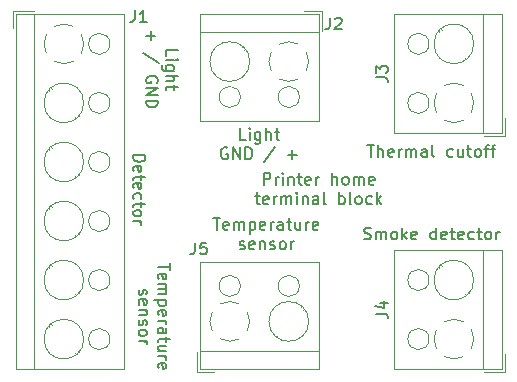
<source format=gto>
%TF.GenerationSoftware,KiCad,Pcbnew,5.1.9*%
%TF.CreationDate,2021-02-07T15:24:09+01:00*%
%TF.ProjectId,detector_wiring,64657465-6374-46f7-925f-776972696e67,rev?*%
%TF.SameCoordinates,Original*%
%TF.FileFunction,Legend,Top*%
%TF.FilePolarity,Positive*%
%FSLAX46Y46*%
G04 Gerber Fmt 4.6, Leading zero omitted, Abs format (unit mm)*
G04 Created by KiCad (PCBNEW 5.1.9) date 2021-02-07 15:24:09*
%MOMM*%
%LPD*%
G01*
G04 APERTURE LIST*
%ADD10C,0.150000*%
%ADD11C,0.120000*%
G04 APERTURE END LIST*
D10*
X128683333Y-92337380D02*
X128683333Y-91337380D01*
X129064285Y-91337380D01*
X129159523Y-91385000D01*
X129207142Y-91432619D01*
X129254761Y-91527857D01*
X129254761Y-91670714D01*
X129207142Y-91765952D01*
X129159523Y-91813571D01*
X129064285Y-91861190D01*
X128683333Y-91861190D01*
X129683333Y-92337380D02*
X129683333Y-91670714D01*
X129683333Y-91861190D02*
X129730952Y-91765952D01*
X129778571Y-91718333D01*
X129873809Y-91670714D01*
X129969047Y-91670714D01*
X130302380Y-92337380D02*
X130302380Y-91670714D01*
X130302380Y-91337380D02*
X130254761Y-91385000D01*
X130302380Y-91432619D01*
X130350000Y-91385000D01*
X130302380Y-91337380D01*
X130302380Y-91432619D01*
X130778571Y-91670714D02*
X130778571Y-92337380D01*
X130778571Y-91765952D02*
X130826190Y-91718333D01*
X130921428Y-91670714D01*
X131064285Y-91670714D01*
X131159523Y-91718333D01*
X131207142Y-91813571D01*
X131207142Y-92337380D01*
X131540476Y-91670714D02*
X131921428Y-91670714D01*
X131683333Y-91337380D02*
X131683333Y-92194523D01*
X131730952Y-92289761D01*
X131826190Y-92337380D01*
X131921428Y-92337380D01*
X132635714Y-92289761D02*
X132540476Y-92337380D01*
X132350000Y-92337380D01*
X132254761Y-92289761D01*
X132207142Y-92194523D01*
X132207142Y-91813571D01*
X132254761Y-91718333D01*
X132350000Y-91670714D01*
X132540476Y-91670714D01*
X132635714Y-91718333D01*
X132683333Y-91813571D01*
X132683333Y-91908809D01*
X132207142Y-92004047D01*
X133111904Y-92337380D02*
X133111904Y-91670714D01*
X133111904Y-91861190D02*
X133159523Y-91765952D01*
X133207142Y-91718333D01*
X133302380Y-91670714D01*
X133397619Y-91670714D01*
X134492857Y-92337380D02*
X134492857Y-91337380D01*
X134921428Y-92337380D02*
X134921428Y-91813571D01*
X134873809Y-91718333D01*
X134778571Y-91670714D01*
X134635714Y-91670714D01*
X134540476Y-91718333D01*
X134492857Y-91765952D01*
X135540476Y-92337380D02*
X135445238Y-92289761D01*
X135397619Y-92242142D01*
X135350000Y-92146904D01*
X135350000Y-91861190D01*
X135397619Y-91765952D01*
X135445238Y-91718333D01*
X135540476Y-91670714D01*
X135683333Y-91670714D01*
X135778571Y-91718333D01*
X135826190Y-91765952D01*
X135873809Y-91861190D01*
X135873809Y-92146904D01*
X135826190Y-92242142D01*
X135778571Y-92289761D01*
X135683333Y-92337380D01*
X135540476Y-92337380D01*
X136302380Y-92337380D02*
X136302380Y-91670714D01*
X136302380Y-91765952D02*
X136350000Y-91718333D01*
X136445238Y-91670714D01*
X136588095Y-91670714D01*
X136683333Y-91718333D01*
X136730952Y-91813571D01*
X136730952Y-92337380D01*
X136730952Y-91813571D02*
X136778571Y-91718333D01*
X136873809Y-91670714D01*
X137016666Y-91670714D01*
X137111904Y-91718333D01*
X137159523Y-91813571D01*
X137159523Y-92337380D01*
X138016666Y-92289761D02*
X137921428Y-92337380D01*
X137730952Y-92337380D01*
X137635714Y-92289761D01*
X137588095Y-92194523D01*
X137588095Y-91813571D01*
X137635714Y-91718333D01*
X137730952Y-91670714D01*
X137921428Y-91670714D01*
X138016666Y-91718333D01*
X138064285Y-91813571D01*
X138064285Y-91908809D01*
X137588095Y-92004047D01*
X127969047Y-93320714D02*
X128350000Y-93320714D01*
X128111904Y-92987380D02*
X128111904Y-93844523D01*
X128159523Y-93939761D01*
X128254761Y-93987380D01*
X128350000Y-93987380D01*
X129064285Y-93939761D02*
X128969047Y-93987380D01*
X128778571Y-93987380D01*
X128683333Y-93939761D01*
X128635714Y-93844523D01*
X128635714Y-93463571D01*
X128683333Y-93368333D01*
X128778571Y-93320714D01*
X128969047Y-93320714D01*
X129064285Y-93368333D01*
X129111904Y-93463571D01*
X129111904Y-93558809D01*
X128635714Y-93654047D01*
X129540476Y-93987380D02*
X129540476Y-93320714D01*
X129540476Y-93511190D02*
X129588095Y-93415952D01*
X129635714Y-93368333D01*
X129730952Y-93320714D01*
X129826190Y-93320714D01*
X130159523Y-93987380D02*
X130159523Y-93320714D01*
X130159523Y-93415952D02*
X130207142Y-93368333D01*
X130302380Y-93320714D01*
X130445238Y-93320714D01*
X130540476Y-93368333D01*
X130588095Y-93463571D01*
X130588095Y-93987380D01*
X130588095Y-93463571D02*
X130635714Y-93368333D01*
X130730952Y-93320714D01*
X130873809Y-93320714D01*
X130969047Y-93368333D01*
X131016666Y-93463571D01*
X131016666Y-93987380D01*
X131492857Y-93987380D02*
X131492857Y-93320714D01*
X131492857Y-92987380D02*
X131445238Y-93035000D01*
X131492857Y-93082619D01*
X131540476Y-93035000D01*
X131492857Y-92987380D01*
X131492857Y-93082619D01*
X131969047Y-93320714D02*
X131969047Y-93987380D01*
X131969047Y-93415952D02*
X132016666Y-93368333D01*
X132111904Y-93320714D01*
X132254761Y-93320714D01*
X132350000Y-93368333D01*
X132397619Y-93463571D01*
X132397619Y-93987380D01*
X133302380Y-93987380D02*
X133302380Y-93463571D01*
X133254761Y-93368333D01*
X133159523Y-93320714D01*
X132969047Y-93320714D01*
X132873809Y-93368333D01*
X133302380Y-93939761D02*
X133207142Y-93987380D01*
X132969047Y-93987380D01*
X132873809Y-93939761D01*
X132826190Y-93844523D01*
X132826190Y-93749285D01*
X132873809Y-93654047D01*
X132969047Y-93606428D01*
X133207142Y-93606428D01*
X133302380Y-93558809D01*
X133921428Y-93987380D02*
X133826190Y-93939761D01*
X133778571Y-93844523D01*
X133778571Y-92987380D01*
X135064285Y-93987380D02*
X135064285Y-92987380D01*
X135064285Y-93368333D02*
X135159523Y-93320714D01*
X135350000Y-93320714D01*
X135445238Y-93368333D01*
X135492857Y-93415952D01*
X135540476Y-93511190D01*
X135540476Y-93796904D01*
X135492857Y-93892142D01*
X135445238Y-93939761D01*
X135350000Y-93987380D01*
X135159523Y-93987380D01*
X135064285Y-93939761D01*
X136111904Y-93987380D02*
X136016666Y-93939761D01*
X135969047Y-93844523D01*
X135969047Y-92987380D01*
X136635714Y-93987380D02*
X136540476Y-93939761D01*
X136492857Y-93892142D01*
X136445238Y-93796904D01*
X136445238Y-93511190D01*
X136492857Y-93415952D01*
X136540476Y-93368333D01*
X136635714Y-93320714D01*
X136778571Y-93320714D01*
X136873809Y-93368333D01*
X136921428Y-93415952D01*
X136969047Y-93511190D01*
X136969047Y-93796904D01*
X136921428Y-93892142D01*
X136873809Y-93939761D01*
X136778571Y-93987380D01*
X136635714Y-93987380D01*
X137826190Y-93939761D02*
X137730952Y-93987380D01*
X137540476Y-93987380D01*
X137445238Y-93939761D01*
X137397619Y-93892142D01*
X137350000Y-93796904D01*
X137350000Y-93511190D01*
X137397619Y-93415952D01*
X137445238Y-93368333D01*
X137540476Y-93320714D01*
X137730952Y-93320714D01*
X137826190Y-93368333D01*
X138254761Y-93987380D02*
X138254761Y-92987380D01*
X138350000Y-93606428D02*
X138635714Y-93987380D01*
X138635714Y-93320714D02*
X138254761Y-93701666D01*
X137184523Y-96924761D02*
X137327380Y-96972380D01*
X137565476Y-96972380D01*
X137660714Y-96924761D01*
X137708333Y-96877142D01*
X137755952Y-96781904D01*
X137755952Y-96686666D01*
X137708333Y-96591428D01*
X137660714Y-96543809D01*
X137565476Y-96496190D01*
X137375000Y-96448571D01*
X137279761Y-96400952D01*
X137232142Y-96353333D01*
X137184523Y-96258095D01*
X137184523Y-96162857D01*
X137232142Y-96067619D01*
X137279761Y-96020000D01*
X137375000Y-95972380D01*
X137613095Y-95972380D01*
X137755952Y-96020000D01*
X138184523Y-96972380D02*
X138184523Y-96305714D01*
X138184523Y-96400952D02*
X138232142Y-96353333D01*
X138327380Y-96305714D01*
X138470238Y-96305714D01*
X138565476Y-96353333D01*
X138613095Y-96448571D01*
X138613095Y-96972380D01*
X138613095Y-96448571D02*
X138660714Y-96353333D01*
X138755952Y-96305714D01*
X138898809Y-96305714D01*
X138994047Y-96353333D01*
X139041666Y-96448571D01*
X139041666Y-96972380D01*
X139660714Y-96972380D02*
X139565476Y-96924761D01*
X139517857Y-96877142D01*
X139470238Y-96781904D01*
X139470238Y-96496190D01*
X139517857Y-96400952D01*
X139565476Y-96353333D01*
X139660714Y-96305714D01*
X139803571Y-96305714D01*
X139898809Y-96353333D01*
X139946428Y-96400952D01*
X139994047Y-96496190D01*
X139994047Y-96781904D01*
X139946428Y-96877142D01*
X139898809Y-96924761D01*
X139803571Y-96972380D01*
X139660714Y-96972380D01*
X140422619Y-96972380D02*
X140422619Y-95972380D01*
X140517857Y-96591428D02*
X140803571Y-96972380D01*
X140803571Y-96305714D02*
X140422619Y-96686666D01*
X141613095Y-96924761D02*
X141517857Y-96972380D01*
X141327380Y-96972380D01*
X141232142Y-96924761D01*
X141184523Y-96829523D01*
X141184523Y-96448571D01*
X141232142Y-96353333D01*
X141327380Y-96305714D01*
X141517857Y-96305714D01*
X141613095Y-96353333D01*
X141660714Y-96448571D01*
X141660714Y-96543809D01*
X141184523Y-96639047D01*
X143279761Y-96972380D02*
X143279761Y-95972380D01*
X143279761Y-96924761D02*
X143184523Y-96972380D01*
X142994047Y-96972380D01*
X142898809Y-96924761D01*
X142851190Y-96877142D01*
X142803571Y-96781904D01*
X142803571Y-96496190D01*
X142851190Y-96400952D01*
X142898809Y-96353333D01*
X142994047Y-96305714D01*
X143184523Y-96305714D01*
X143279761Y-96353333D01*
X144136904Y-96924761D02*
X144041666Y-96972380D01*
X143851190Y-96972380D01*
X143755952Y-96924761D01*
X143708333Y-96829523D01*
X143708333Y-96448571D01*
X143755952Y-96353333D01*
X143851190Y-96305714D01*
X144041666Y-96305714D01*
X144136904Y-96353333D01*
X144184523Y-96448571D01*
X144184523Y-96543809D01*
X143708333Y-96639047D01*
X144470238Y-96305714D02*
X144851190Y-96305714D01*
X144613095Y-95972380D02*
X144613095Y-96829523D01*
X144660714Y-96924761D01*
X144755952Y-96972380D01*
X144851190Y-96972380D01*
X145565476Y-96924761D02*
X145470238Y-96972380D01*
X145279761Y-96972380D01*
X145184523Y-96924761D01*
X145136904Y-96829523D01*
X145136904Y-96448571D01*
X145184523Y-96353333D01*
X145279761Y-96305714D01*
X145470238Y-96305714D01*
X145565476Y-96353333D01*
X145613095Y-96448571D01*
X145613095Y-96543809D01*
X145136904Y-96639047D01*
X146470238Y-96924761D02*
X146375000Y-96972380D01*
X146184523Y-96972380D01*
X146089285Y-96924761D01*
X146041666Y-96877142D01*
X145994047Y-96781904D01*
X145994047Y-96496190D01*
X146041666Y-96400952D01*
X146089285Y-96353333D01*
X146184523Y-96305714D01*
X146375000Y-96305714D01*
X146470238Y-96353333D01*
X146755952Y-96305714D02*
X147136904Y-96305714D01*
X146898809Y-95972380D02*
X146898809Y-96829523D01*
X146946428Y-96924761D01*
X147041666Y-96972380D01*
X147136904Y-96972380D01*
X147613095Y-96972380D02*
X147517857Y-96924761D01*
X147470238Y-96877142D01*
X147422619Y-96781904D01*
X147422619Y-96496190D01*
X147470238Y-96400952D01*
X147517857Y-96353333D01*
X147613095Y-96305714D01*
X147755952Y-96305714D01*
X147851190Y-96353333D01*
X147898809Y-96400952D01*
X147946428Y-96496190D01*
X147946428Y-96781904D01*
X147898809Y-96877142D01*
X147851190Y-96924761D01*
X147755952Y-96972380D01*
X147613095Y-96972380D01*
X148375000Y-96972380D02*
X148375000Y-96305714D01*
X148375000Y-96496190D02*
X148422619Y-96400952D01*
X148470238Y-96353333D01*
X148565476Y-96305714D01*
X148660714Y-96305714D01*
X137446428Y-88987380D02*
X138017857Y-88987380D01*
X137732142Y-89987380D02*
X137732142Y-88987380D01*
X138351190Y-89987380D02*
X138351190Y-88987380D01*
X138779761Y-89987380D02*
X138779761Y-89463571D01*
X138732142Y-89368333D01*
X138636904Y-89320714D01*
X138494047Y-89320714D01*
X138398809Y-89368333D01*
X138351190Y-89415952D01*
X139636904Y-89939761D02*
X139541666Y-89987380D01*
X139351190Y-89987380D01*
X139255952Y-89939761D01*
X139208333Y-89844523D01*
X139208333Y-89463571D01*
X139255952Y-89368333D01*
X139351190Y-89320714D01*
X139541666Y-89320714D01*
X139636904Y-89368333D01*
X139684523Y-89463571D01*
X139684523Y-89558809D01*
X139208333Y-89654047D01*
X140113095Y-89987380D02*
X140113095Y-89320714D01*
X140113095Y-89511190D02*
X140160714Y-89415952D01*
X140208333Y-89368333D01*
X140303571Y-89320714D01*
X140398809Y-89320714D01*
X140732142Y-89987380D02*
X140732142Y-89320714D01*
X140732142Y-89415952D02*
X140779761Y-89368333D01*
X140875000Y-89320714D01*
X141017857Y-89320714D01*
X141113095Y-89368333D01*
X141160714Y-89463571D01*
X141160714Y-89987380D01*
X141160714Y-89463571D02*
X141208333Y-89368333D01*
X141303571Y-89320714D01*
X141446428Y-89320714D01*
X141541666Y-89368333D01*
X141589285Y-89463571D01*
X141589285Y-89987380D01*
X142494047Y-89987380D02*
X142494047Y-89463571D01*
X142446428Y-89368333D01*
X142351190Y-89320714D01*
X142160714Y-89320714D01*
X142065476Y-89368333D01*
X142494047Y-89939761D02*
X142398809Y-89987380D01*
X142160714Y-89987380D01*
X142065476Y-89939761D01*
X142017857Y-89844523D01*
X142017857Y-89749285D01*
X142065476Y-89654047D01*
X142160714Y-89606428D01*
X142398809Y-89606428D01*
X142494047Y-89558809D01*
X143113095Y-89987380D02*
X143017857Y-89939761D01*
X142970238Y-89844523D01*
X142970238Y-88987380D01*
X144684523Y-89939761D02*
X144589285Y-89987380D01*
X144398809Y-89987380D01*
X144303571Y-89939761D01*
X144255952Y-89892142D01*
X144208333Y-89796904D01*
X144208333Y-89511190D01*
X144255952Y-89415952D01*
X144303571Y-89368333D01*
X144398809Y-89320714D01*
X144589285Y-89320714D01*
X144684523Y-89368333D01*
X145541666Y-89320714D02*
X145541666Y-89987380D01*
X145113095Y-89320714D02*
X145113095Y-89844523D01*
X145160714Y-89939761D01*
X145255952Y-89987380D01*
X145398809Y-89987380D01*
X145494047Y-89939761D01*
X145541666Y-89892142D01*
X145875000Y-89320714D02*
X146255952Y-89320714D01*
X146017857Y-88987380D02*
X146017857Y-89844523D01*
X146065476Y-89939761D01*
X146160714Y-89987380D01*
X146255952Y-89987380D01*
X146732142Y-89987380D02*
X146636904Y-89939761D01*
X146589285Y-89892142D01*
X146541666Y-89796904D01*
X146541666Y-89511190D01*
X146589285Y-89415952D01*
X146636904Y-89368333D01*
X146732142Y-89320714D01*
X146875000Y-89320714D01*
X146970238Y-89368333D01*
X147017857Y-89415952D01*
X147065476Y-89511190D01*
X147065476Y-89796904D01*
X147017857Y-89892142D01*
X146970238Y-89939761D01*
X146875000Y-89987380D01*
X146732142Y-89987380D01*
X147351190Y-89320714D02*
X147732142Y-89320714D01*
X147494047Y-89987380D02*
X147494047Y-89130238D01*
X147541666Y-89035000D01*
X147636904Y-88987380D01*
X147732142Y-88987380D01*
X147922619Y-89320714D02*
X148303571Y-89320714D01*
X148065476Y-89987380D02*
X148065476Y-89130238D01*
X148113095Y-89035000D01*
X148208333Y-88987380D01*
X148303571Y-88987380D01*
X127150952Y-88527380D02*
X126674761Y-88527380D01*
X126674761Y-87527380D01*
X127484285Y-88527380D02*
X127484285Y-87860714D01*
X127484285Y-87527380D02*
X127436666Y-87575000D01*
X127484285Y-87622619D01*
X127531904Y-87575000D01*
X127484285Y-87527380D01*
X127484285Y-87622619D01*
X128389047Y-87860714D02*
X128389047Y-88670238D01*
X128341428Y-88765476D01*
X128293809Y-88813095D01*
X128198571Y-88860714D01*
X128055714Y-88860714D01*
X127960476Y-88813095D01*
X128389047Y-88479761D02*
X128293809Y-88527380D01*
X128103333Y-88527380D01*
X128008095Y-88479761D01*
X127960476Y-88432142D01*
X127912857Y-88336904D01*
X127912857Y-88051190D01*
X127960476Y-87955952D01*
X128008095Y-87908333D01*
X128103333Y-87860714D01*
X128293809Y-87860714D01*
X128389047Y-87908333D01*
X128865238Y-88527380D02*
X128865238Y-87527380D01*
X129293809Y-88527380D02*
X129293809Y-88003571D01*
X129246190Y-87908333D01*
X129150952Y-87860714D01*
X129008095Y-87860714D01*
X128912857Y-87908333D01*
X128865238Y-87955952D01*
X129627142Y-87860714D02*
X130008095Y-87860714D01*
X129770000Y-87527380D02*
X129770000Y-88384523D01*
X129817619Y-88479761D01*
X129912857Y-88527380D01*
X130008095Y-88527380D01*
X125603333Y-89225000D02*
X125508095Y-89177380D01*
X125365238Y-89177380D01*
X125222380Y-89225000D01*
X125127142Y-89320238D01*
X125079523Y-89415476D01*
X125031904Y-89605952D01*
X125031904Y-89748809D01*
X125079523Y-89939285D01*
X125127142Y-90034523D01*
X125222380Y-90129761D01*
X125365238Y-90177380D01*
X125460476Y-90177380D01*
X125603333Y-90129761D01*
X125650952Y-90082142D01*
X125650952Y-89748809D01*
X125460476Y-89748809D01*
X126079523Y-90177380D02*
X126079523Y-89177380D01*
X126650952Y-90177380D01*
X126650952Y-89177380D01*
X127127142Y-90177380D02*
X127127142Y-89177380D01*
X127365238Y-89177380D01*
X127508095Y-89225000D01*
X127603333Y-89320238D01*
X127650952Y-89415476D01*
X127698571Y-89605952D01*
X127698571Y-89748809D01*
X127650952Y-89939285D01*
X127603333Y-90034523D01*
X127508095Y-90129761D01*
X127365238Y-90177380D01*
X127127142Y-90177380D01*
X129603333Y-89129761D02*
X128746190Y-90415476D01*
X130698571Y-89796428D02*
X131460476Y-89796428D01*
X131079523Y-90177380D02*
X131079523Y-89415476D01*
X124405000Y-95147380D02*
X124976428Y-95147380D01*
X124690714Y-96147380D02*
X124690714Y-95147380D01*
X125690714Y-96099761D02*
X125595476Y-96147380D01*
X125405000Y-96147380D01*
X125309761Y-96099761D01*
X125262142Y-96004523D01*
X125262142Y-95623571D01*
X125309761Y-95528333D01*
X125405000Y-95480714D01*
X125595476Y-95480714D01*
X125690714Y-95528333D01*
X125738333Y-95623571D01*
X125738333Y-95718809D01*
X125262142Y-95814047D01*
X126166904Y-96147380D02*
X126166904Y-95480714D01*
X126166904Y-95575952D02*
X126214523Y-95528333D01*
X126309761Y-95480714D01*
X126452619Y-95480714D01*
X126547857Y-95528333D01*
X126595476Y-95623571D01*
X126595476Y-96147380D01*
X126595476Y-95623571D02*
X126643095Y-95528333D01*
X126738333Y-95480714D01*
X126881190Y-95480714D01*
X126976428Y-95528333D01*
X127024047Y-95623571D01*
X127024047Y-96147380D01*
X127500238Y-95480714D02*
X127500238Y-96480714D01*
X127500238Y-95528333D02*
X127595476Y-95480714D01*
X127785952Y-95480714D01*
X127881190Y-95528333D01*
X127928809Y-95575952D01*
X127976428Y-95671190D01*
X127976428Y-95956904D01*
X127928809Y-96052142D01*
X127881190Y-96099761D01*
X127785952Y-96147380D01*
X127595476Y-96147380D01*
X127500238Y-96099761D01*
X128785952Y-96099761D02*
X128690714Y-96147380D01*
X128500238Y-96147380D01*
X128405000Y-96099761D01*
X128357380Y-96004523D01*
X128357380Y-95623571D01*
X128405000Y-95528333D01*
X128500238Y-95480714D01*
X128690714Y-95480714D01*
X128785952Y-95528333D01*
X128833571Y-95623571D01*
X128833571Y-95718809D01*
X128357380Y-95814047D01*
X129262142Y-96147380D02*
X129262142Y-95480714D01*
X129262142Y-95671190D02*
X129309761Y-95575952D01*
X129357380Y-95528333D01*
X129452619Y-95480714D01*
X129547857Y-95480714D01*
X130309761Y-96147380D02*
X130309761Y-95623571D01*
X130262142Y-95528333D01*
X130166904Y-95480714D01*
X129976428Y-95480714D01*
X129881190Y-95528333D01*
X130309761Y-96099761D02*
X130214523Y-96147380D01*
X129976428Y-96147380D01*
X129881190Y-96099761D01*
X129833571Y-96004523D01*
X129833571Y-95909285D01*
X129881190Y-95814047D01*
X129976428Y-95766428D01*
X130214523Y-95766428D01*
X130309761Y-95718809D01*
X130643095Y-95480714D02*
X131024047Y-95480714D01*
X130785952Y-95147380D02*
X130785952Y-96004523D01*
X130833571Y-96099761D01*
X130928809Y-96147380D01*
X131024047Y-96147380D01*
X131785952Y-95480714D02*
X131785952Y-96147380D01*
X131357380Y-95480714D02*
X131357380Y-96004523D01*
X131405000Y-96099761D01*
X131500238Y-96147380D01*
X131643095Y-96147380D01*
X131738333Y-96099761D01*
X131785952Y-96052142D01*
X132262142Y-96147380D02*
X132262142Y-95480714D01*
X132262142Y-95671190D02*
X132309761Y-95575952D01*
X132357380Y-95528333D01*
X132452619Y-95480714D01*
X132547857Y-95480714D01*
X133262142Y-96099761D02*
X133166904Y-96147380D01*
X132976428Y-96147380D01*
X132881190Y-96099761D01*
X132833571Y-96004523D01*
X132833571Y-95623571D01*
X132881190Y-95528333D01*
X132976428Y-95480714D01*
X133166904Y-95480714D01*
X133262142Y-95528333D01*
X133309761Y-95623571D01*
X133309761Y-95718809D01*
X132833571Y-95814047D01*
X126643095Y-97749761D02*
X126738333Y-97797380D01*
X126928809Y-97797380D01*
X127024047Y-97749761D01*
X127071666Y-97654523D01*
X127071666Y-97606904D01*
X127024047Y-97511666D01*
X126928809Y-97464047D01*
X126785952Y-97464047D01*
X126690714Y-97416428D01*
X126643095Y-97321190D01*
X126643095Y-97273571D01*
X126690714Y-97178333D01*
X126785952Y-97130714D01*
X126928809Y-97130714D01*
X127024047Y-97178333D01*
X127881190Y-97749761D02*
X127785952Y-97797380D01*
X127595476Y-97797380D01*
X127500238Y-97749761D01*
X127452619Y-97654523D01*
X127452619Y-97273571D01*
X127500238Y-97178333D01*
X127595476Y-97130714D01*
X127785952Y-97130714D01*
X127881190Y-97178333D01*
X127928809Y-97273571D01*
X127928809Y-97368809D01*
X127452619Y-97464047D01*
X128357380Y-97130714D02*
X128357380Y-97797380D01*
X128357380Y-97225952D02*
X128405000Y-97178333D01*
X128500238Y-97130714D01*
X128643095Y-97130714D01*
X128738333Y-97178333D01*
X128785952Y-97273571D01*
X128785952Y-97797380D01*
X129214523Y-97749761D02*
X129309761Y-97797380D01*
X129500238Y-97797380D01*
X129595476Y-97749761D01*
X129643095Y-97654523D01*
X129643095Y-97606904D01*
X129595476Y-97511666D01*
X129500238Y-97464047D01*
X129357380Y-97464047D01*
X129262142Y-97416428D01*
X129214523Y-97321190D01*
X129214523Y-97273571D01*
X129262142Y-97178333D01*
X129357380Y-97130714D01*
X129500238Y-97130714D01*
X129595476Y-97178333D01*
X130214523Y-97797380D02*
X130119285Y-97749761D01*
X130071666Y-97702142D01*
X130024047Y-97606904D01*
X130024047Y-97321190D01*
X130071666Y-97225952D01*
X130119285Y-97178333D01*
X130214523Y-97130714D01*
X130357380Y-97130714D01*
X130452619Y-97178333D01*
X130500238Y-97225952D01*
X130547857Y-97321190D01*
X130547857Y-97606904D01*
X130500238Y-97702142D01*
X130452619Y-97749761D01*
X130357380Y-97797380D01*
X130214523Y-97797380D01*
X130976428Y-97797380D02*
X130976428Y-97130714D01*
X130976428Y-97321190D02*
X131024047Y-97225952D01*
X131071666Y-97178333D01*
X131166904Y-97130714D01*
X131262142Y-97130714D01*
X120752619Y-99005000D02*
X120752619Y-99576428D01*
X119752619Y-99290714D02*
X120752619Y-99290714D01*
X119800238Y-100290714D02*
X119752619Y-100195476D01*
X119752619Y-100005000D01*
X119800238Y-99909761D01*
X119895476Y-99862142D01*
X120276428Y-99862142D01*
X120371666Y-99909761D01*
X120419285Y-100005000D01*
X120419285Y-100195476D01*
X120371666Y-100290714D01*
X120276428Y-100338333D01*
X120181190Y-100338333D01*
X120085952Y-99862142D01*
X119752619Y-100766904D02*
X120419285Y-100766904D01*
X120324047Y-100766904D02*
X120371666Y-100814523D01*
X120419285Y-100909761D01*
X120419285Y-101052619D01*
X120371666Y-101147857D01*
X120276428Y-101195476D01*
X119752619Y-101195476D01*
X120276428Y-101195476D02*
X120371666Y-101243095D01*
X120419285Y-101338333D01*
X120419285Y-101481190D01*
X120371666Y-101576428D01*
X120276428Y-101624047D01*
X119752619Y-101624047D01*
X120419285Y-102100238D02*
X119419285Y-102100238D01*
X120371666Y-102100238D02*
X120419285Y-102195476D01*
X120419285Y-102385952D01*
X120371666Y-102481190D01*
X120324047Y-102528809D01*
X120228809Y-102576428D01*
X119943095Y-102576428D01*
X119847857Y-102528809D01*
X119800238Y-102481190D01*
X119752619Y-102385952D01*
X119752619Y-102195476D01*
X119800238Y-102100238D01*
X119800238Y-103385952D02*
X119752619Y-103290714D01*
X119752619Y-103100238D01*
X119800238Y-103005000D01*
X119895476Y-102957380D01*
X120276428Y-102957380D01*
X120371666Y-103005000D01*
X120419285Y-103100238D01*
X120419285Y-103290714D01*
X120371666Y-103385952D01*
X120276428Y-103433571D01*
X120181190Y-103433571D01*
X120085952Y-102957380D01*
X119752619Y-103862142D02*
X120419285Y-103862142D01*
X120228809Y-103862142D02*
X120324047Y-103909761D01*
X120371666Y-103957380D01*
X120419285Y-104052619D01*
X120419285Y-104147857D01*
X119752619Y-104909761D02*
X120276428Y-104909761D01*
X120371666Y-104862142D01*
X120419285Y-104766904D01*
X120419285Y-104576428D01*
X120371666Y-104481190D01*
X119800238Y-104909761D02*
X119752619Y-104814523D01*
X119752619Y-104576428D01*
X119800238Y-104481190D01*
X119895476Y-104433571D01*
X119990714Y-104433571D01*
X120085952Y-104481190D01*
X120133571Y-104576428D01*
X120133571Y-104814523D01*
X120181190Y-104909761D01*
X120419285Y-105243095D02*
X120419285Y-105624047D01*
X120752619Y-105385952D02*
X119895476Y-105385952D01*
X119800238Y-105433571D01*
X119752619Y-105528809D01*
X119752619Y-105624047D01*
X120419285Y-106385952D02*
X119752619Y-106385952D01*
X120419285Y-105957380D02*
X119895476Y-105957380D01*
X119800238Y-106005000D01*
X119752619Y-106100238D01*
X119752619Y-106243095D01*
X119800238Y-106338333D01*
X119847857Y-106385952D01*
X119752619Y-106862142D02*
X120419285Y-106862142D01*
X120228809Y-106862142D02*
X120324047Y-106909761D01*
X120371666Y-106957380D01*
X120419285Y-107052619D01*
X120419285Y-107147857D01*
X119800238Y-107862142D02*
X119752619Y-107766904D01*
X119752619Y-107576428D01*
X119800238Y-107481190D01*
X119895476Y-107433571D01*
X120276428Y-107433571D01*
X120371666Y-107481190D01*
X120419285Y-107576428D01*
X120419285Y-107766904D01*
X120371666Y-107862142D01*
X120276428Y-107909761D01*
X120181190Y-107909761D01*
X120085952Y-107433571D01*
X118150238Y-101243095D02*
X118102619Y-101338333D01*
X118102619Y-101528809D01*
X118150238Y-101624047D01*
X118245476Y-101671666D01*
X118293095Y-101671666D01*
X118388333Y-101624047D01*
X118435952Y-101528809D01*
X118435952Y-101385952D01*
X118483571Y-101290714D01*
X118578809Y-101243095D01*
X118626428Y-101243095D01*
X118721666Y-101290714D01*
X118769285Y-101385952D01*
X118769285Y-101528809D01*
X118721666Y-101624047D01*
X118150238Y-102481190D02*
X118102619Y-102385952D01*
X118102619Y-102195476D01*
X118150238Y-102100238D01*
X118245476Y-102052619D01*
X118626428Y-102052619D01*
X118721666Y-102100238D01*
X118769285Y-102195476D01*
X118769285Y-102385952D01*
X118721666Y-102481190D01*
X118626428Y-102528809D01*
X118531190Y-102528809D01*
X118435952Y-102052619D01*
X118769285Y-102957380D02*
X118102619Y-102957380D01*
X118674047Y-102957380D02*
X118721666Y-103005000D01*
X118769285Y-103100238D01*
X118769285Y-103243095D01*
X118721666Y-103338333D01*
X118626428Y-103385952D01*
X118102619Y-103385952D01*
X118150238Y-103814523D02*
X118102619Y-103909761D01*
X118102619Y-104100238D01*
X118150238Y-104195476D01*
X118245476Y-104243095D01*
X118293095Y-104243095D01*
X118388333Y-104195476D01*
X118435952Y-104100238D01*
X118435952Y-103957380D01*
X118483571Y-103862142D01*
X118578809Y-103814523D01*
X118626428Y-103814523D01*
X118721666Y-103862142D01*
X118769285Y-103957380D01*
X118769285Y-104100238D01*
X118721666Y-104195476D01*
X118102619Y-104814523D02*
X118150238Y-104719285D01*
X118197857Y-104671666D01*
X118293095Y-104624047D01*
X118578809Y-104624047D01*
X118674047Y-104671666D01*
X118721666Y-104719285D01*
X118769285Y-104814523D01*
X118769285Y-104957380D01*
X118721666Y-105052619D01*
X118674047Y-105100238D01*
X118578809Y-105147857D01*
X118293095Y-105147857D01*
X118197857Y-105100238D01*
X118150238Y-105052619D01*
X118102619Y-104957380D01*
X118102619Y-104814523D01*
X118102619Y-105576428D02*
X118769285Y-105576428D01*
X118578809Y-105576428D02*
X118674047Y-105624047D01*
X118721666Y-105671666D01*
X118769285Y-105766904D01*
X118769285Y-105862142D01*
X117657619Y-89829047D02*
X118657619Y-89829047D01*
X118657619Y-90067142D01*
X118610000Y-90210000D01*
X118514761Y-90305238D01*
X118419523Y-90352857D01*
X118229047Y-90400476D01*
X118086190Y-90400476D01*
X117895714Y-90352857D01*
X117800476Y-90305238D01*
X117705238Y-90210000D01*
X117657619Y-90067142D01*
X117657619Y-89829047D01*
X117705238Y-91210000D02*
X117657619Y-91114761D01*
X117657619Y-90924285D01*
X117705238Y-90829047D01*
X117800476Y-90781428D01*
X118181428Y-90781428D01*
X118276666Y-90829047D01*
X118324285Y-90924285D01*
X118324285Y-91114761D01*
X118276666Y-91210000D01*
X118181428Y-91257619D01*
X118086190Y-91257619D01*
X117990952Y-90781428D01*
X118324285Y-91543333D02*
X118324285Y-91924285D01*
X118657619Y-91686190D02*
X117800476Y-91686190D01*
X117705238Y-91733809D01*
X117657619Y-91829047D01*
X117657619Y-91924285D01*
X117705238Y-92638571D02*
X117657619Y-92543333D01*
X117657619Y-92352857D01*
X117705238Y-92257619D01*
X117800476Y-92210000D01*
X118181428Y-92210000D01*
X118276666Y-92257619D01*
X118324285Y-92352857D01*
X118324285Y-92543333D01*
X118276666Y-92638571D01*
X118181428Y-92686190D01*
X118086190Y-92686190D01*
X117990952Y-92210000D01*
X117705238Y-93543333D02*
X117657619Y-93448095D01*
X117657619Y-93257619D01*
X117705238Y-93162380D01*
X117752857Y-93114761D01*
X117848095Y-93067142D01*
X118133809Y-93067142D01*
X118229047Y-93114761D01*
X118276666Y-93162380D01*
X118324285Y-93257619D01*
X118324285Y-93448095D01*
X118276666Y-93543333D01*
X118324285Y-93829047D02*
X118324285Y-94210000D01*
X118657619Y-93971904D02*
X117800476Y-93971904D01*
X117705238Y-94019523D01*
X117657619Y-94114761D01*
X117657619Y-94210000D01*
X117657619Y-94686190D02*
X117705238Y-94590952D01*
X117752857Y-94543333D01*
X117848095Y-94495714D01*
X118133809Y-94495714D01*
X118229047Y-94543333D01*
X118276666Y-94590952D01*
X118324285Y-94686190D01*
X118324285Y-94829047D01*
X118276666Y-94924285D01*
X118229047Y-94971904D01*
X118133809Y-95019523D01*
X117848095Y-95019523D01*
X117752857Y-94971904D01*
X117705238Y-94924285D01*
X117657619Y-94829047D01*
X117657619Y-94686190D01*
X117657619Y-95448095D02*
X118324285Y-95448095D01*
X118133809Y-95448095D02*
X118229047Y-95495714D01*
X118276666Y-95543333D01*
X118324285Y-95638571D01*
X118324285Y-95733809D01*
X120387619Y-81430952D02*
X120387619Y-80954761D01*
X121387619Y-80954761D01*
X120387619Y-81764285D02*
X121054285Y-81764285D01*
X121387619Y-81764285D02*
X121340000Y-81716666D01*
X121292380Y-81764285D01*
X121340000Y-81811904D01*
X121387619Y-81764285D01*
X121292380Y-81764285D01*
X121054285Y-82669047D02*
X120244761Y-82669047D01*
X120149523Y-82621428D01*
X120101904Y-82573809D01*
X120054285Y-82478571D01*
X120054285Y-82335714D01*
X120101904Y-82240476D01*
X120435238Y-82669047D02*
X120387619Y-82573809D01*
X120387619Y-82383333D01*
X120435238Y-82288095D01*
X120482857Y-82240476D01*
X120578095Y-82192857D01*
X120863809Y-82192857D01*
X120959047Y-82240476D01*
X121006666Y-82288095D01*
X121054285Y-82383333D01*
X121054285Y-82573809D01*
X121006666Y-82669047D01*
X120387619Y-83145238D02*
X121387619Y-83145238D01*
X120387619Y-83573809D02*
X120911428Y-83573809D01*
X121006666Y-83526190D01*
X121054285Y-83430952D01*
X121054285Y-83288095D01*
X121006666Y-83192857D01*
X120959047Y-83145238D01*
X121054285Y-83907142D02*
X121054285Y-84288095D01*
X121387619Y-84050000D02*
X120530476Y-84050000D01*
X120435238Y-84097619D01*
X120387619Y-84192857D01*
X120387619Y-84288095D01*
X119118571Y-79359523D02*
X119118571Y-80121428D01*
X118737619Y-79740476D02*
X119499523Y-79740476D01*
X119785238Y-82073809D02*
X118499523Y-81216666D01*
X119690000Y-83692857D02*
X119737619Y-83597619D01*
X119737619Y-83454761D01*
X119690000Y-83311904D01*
X119594761Y-83216666D01*
X119499523Y-83169047D01*
X119309047Y-83121428D01*
X119166190Y-83121428D01*
X118975714Y-83169047D01*
X118880476Y-83216666D01*
X118785238Y-83311904D01*
X118737619Y-83454761D01*
X118737619Y-83550000D01*
X118785238Y-83692857D01*
X118832857Y-83740476D01*
X119166190Y-83740476D01*
X119166190Y-83550000D01*
X118737619Y-84169047D02*
X119737619Y-84169047D01*
X118737619Y-84740476D01*
X119737619Y-84740476D01*
X118737619Y-85216666D02*
X119737619Y-85216666D01*
X119737619Y-85454761D01*
X119690000Y-85597619D01*
X119594761Y-85692857D01*
X119499523Y-85740476D01*
X119309047Y-85788095D01*
X119166190Y-85788095D01*
X118975714Y-85740476D01*
X118880476Y-85692857D01*
X118785238Y-85597619D01*
X118737619Y-85454761D01*
X118737619Y-85216666D01*
D11*
%TO.C,J5*%
X123010000Y-108210000D02*
X124510000Y-108210000D01*
X123010000Y-106470000D02*
X123010000Y-108210000D01*
X129630000Y-104886000D02*
X129536000Y-104979000D01*
X131880000Y-102635000D02*
X131821000Y-102694000D01*
X129800000Y-105126000D02*
X129741000Y-105184000D01*
X132085000Y-102841000D02*
X131991000Y-102934000D01*
X133370000Y-98850000D02*
X133370000Y-107970000D01*
X123250000Y-98850000D02*
X123250000Y-107970000D01*
X123250000Y-107970000D02*
X133370000Y-107970000D01*
X123250000Y-98850000D02*
X133370000Y-98850000D01*
X123250000Y-106410000D02*
X133370000Y-106410000D01*
X131710000Y-100910000D02*
G75*
G03*
X131710000Y-100910000I-900000J0D01*
G01*
X132490000Y-103910000D02*
G75*
G03*
X132490000Y-103910000I-1680000J0D01*
G01*
X126710000Y-100910000D02*
G75*
G03*
X126710000Y-100910000I-900000J0D01*
G01*
X125839383Y-105590450D02*
G75*
G02*
X125021000Y-105394000I-29383J1680450D01*
G01*
X124326047Y-104699088D02*
G75*
G02*
X124326000Y-103121000I1483953J789088D01*
G01*
X125020912Y-102426047D02*
G75*
G02*
X126599000Y-102426000I789088J-1483953D01*
G01*
X127293953Y-103120912D02*
G75*
G02*
X127294000Y-104699000I-1483953J-789088D01*
G01*
X126598712Y-105393352D02*
G75*
G02*
X125810000Y-105590000I-788712J1483352D01*
G01*
%TO.C,J4*%
X149080000Y-108210000D02*
X149080000Y-106710000D01*
X147340000Y-108210000D02*
X149080000Y-108210000D01*
X145756000Y-101590000D02*
X145849000Y-101684000D01*
X143505000Y-99340000D02*
X143564000Y-99399000D01*
X145996000Y-101420000D02*
X146054000Y-101479000D01*
X143711000Y-99135000D02*
X143804000Y-99229000D01*
X139720000Y-97850000D02*
X148840000Y-97850000D01*
X139720000Y-107970000D02*
X148840000Y-107970000D01*
X148840000Y-107970000D02*
X148840000Y-97850000D01*
X139720000Y-107970000D02*
X139720000Y-97850000D01*
X147280000Y-107970000D02*
X147280000Y-97850000D01*
X142680000Y-100410000D02*
G75*
G03*
X142680000Y-100410000I-900000J0D01*
G01*
X146460000Y-100410000D02*
G75*
G03*
X146460000Y-100410000I-1680000J0D01*
G01*
X142680000Y-105410000D02*
G75*
G03*
X142680000Y-105410000I-900000J0D01*
G01*
X146460450Y-105380617D02*
G75*
G02*
X146264000Y-106199000I-1680450J-29383D01*
G01*
X145569088Y-106893953D02*
G75*
G02*
X143991000Y-106894000I-789088J1483953D01*
G01*
X143296047Y-106199088D02*
G75*
G02*
X143296000Y-104621000I1483953J789088D01*
G01*
X143990912Y-103926047D02*
G75*
G02*
X145569000Y-103926000I789088J-1483953D01*
G01*
X146263352Y-104621288D02*
G75*
G02*
X146460000Y-105410000I-1483352J-788712D01*
G01*
%TO.C,J3*%
X149080000Y-88210000D02*
X149080000Y-86710000D01*
X147340000Y-88210000D02*
X149080000Y-88210000D01*
X145756000Y-81590000D02*
X145849000Y-81684000D01*
X143505000Y-79340000D02*
X143564000Y-79399000D01*
X145996000Y-81420000D02*
X146054000Y-81479000D01*
X143711000Y-79135000D02*
X143804000Y-79229000D01*
X139720000Y-77850000D02*
X148840000Y-77850000D01*
X139720000Y-87970000D02*
X148840000Y-87970000D01*
X148840000Y-87970000D02*
X148840000Y-77850000D01*
X139720000Y-87970000D02*
X139720000Y-77850000D01*
X147280000Y-87970000D02*
X147280000Y-77850000D01*
X142680000Y-80410000D02*
G75*
G03*
X142680000Y-80410000I-900000J0D01*
G01*
X146460000Y-80410000D02*
G75*
G03*
X146460000Y-80410000I-1680000J0D01*
G01*
X142680000Y-85410000D02*
G75*
G03*
X142680000Y-85410000I-900000J0D01*
G01*
X146460450Y-85380617D02*
G75*
G02*
X146264000Y-86199000I-1680450J-29383D01*
G01*
X145569088Y-86893953D02*
G75*
G02*
X143991000Y-86894000I-789088J1483953D01*
G01*
X143296047Y-86199088D02*
G75*
G02*
X143296000Y-84621000I1483953J789088D01*
G01*
X143990912Y-83926047D02*
G75*
G02*
X145569000Y-83926000I789088J-1483953D01*
G01*
X146263352Y-84621288D02*
G75*
G02*
X146460000Y-85410000I-1483352J-788712D01*
G01*
%TO.C,J2*%
X133610000Y-77610000D02*
X132110000Y-77610000D01*
X133610000Y-79350000D02*
X133610000Y-77610000D01*
X126990000Y-80934000D02*
X127084000Y-80841000D01*
X124740000Y-83185000D02*
X124799000Y-83126000D01*
X126820000Y-80694000D02*
X126879000Y-80636000D01*
X124535000Y-82979000D02*
X124629000Y-82886000D01*
X123250000Y-86970000D02*
X123250000Y-77850000D01*
X133370000Y-86970000D02*
X133370000Y-77850000D01*
X133370000Y-77850000D02*
X123250000Y-77850000D01*
X133370000Y-86970000D02*
X123250000Y-86970000D01*
X133370000Y-79410000D02*
X123250000Y-79410000D01*
X126710000Y-84910000D02*
G75*
G03*
X126710000Y-84910000I-900000J0D01*
G01*
X127490000Y-81910000D02*
G75*
G03*
X127490000Y-81910000I-1680000J0D01*
G01*
X131710000Y-84910000D02*
G75*
G03*
X131710000Y-84910000I-900000J0D01*
G01*
X130780617Y-80229550D02*
G75*
G02*
X131599000Y-80426000I29383J-1680450D01*
G01*
X132293953Y-81120912D02*
G75*
G02*
X132294000Y-82699000I-1483953J-789088D01*
G01*
X131599088Y-83393953D02*
G75*
G02*
X130021000Y-83394000I-789088J1483953D01*
G01*
X129326047Y-82699088D02*
G75*
G02*
X129326000Y-81121000I1483953J789088D01*
G01*
X130021288Y-80426648D02*
G75*
G02*
X130810000Y-80230000I788712J-1483352D01*
G01*
%TO.C,J1*%
X107460000Y-77610000D02*
X107460000Y-79110000D01*
X109200000Y-77610000D02*
X107460000Y-77610000D01*
X110784000Y-104230000D02*
X110691000Y-104136000D01*
X113035000Y-106480000D02*
X112976000Y-106421000D01*
X110544000Y-104400000D02*
X110486000Y-104341000D01*
X112829000Y-106685000D02*
X112736000Y-106591000D01*
X110784000Y-99230000D02*
X110691000Y-99136000D01*
X113035000Y-101480000D02*
X112976000Y-101421000D01*
X110544000Y-99400000D02*
X110486000Y-99341000D01*
X112829000Y-101685000D02*
X112736000Y-101591000D01*
X110784000Y-94230000D02*
X110691000Y-94136000D01*
X113035000Y-96480000D02*
X112976000Y-96421000D01*
X110544000Y-94400000D02*
X110486000Y-94341000D01*
X112829000Y-96685000D02*
X112736000Y-96591000D01*
X110784000Y-89230000D02*
X110691000Y-89136000D01*
X113035000Y-91480000D02*
X112976000Y-91421000D01*
X110544000Y-89400000D02*
X110486000Y-89341000D01*
X112829000Y-91685000D02*
X112736000Y-91591000D01*
X110784000Y-84230000D02*
X110691000Y-84136000D01*
X113035000Y-86480000D02*
X112976000Y-86421000D01*
X110544000Y-84400000D02*
X110486000Y-84341000D01*
X112829000Y-86685000D02*
X112736000Y-86591000D01*
X116820000Y-107970000D02*
X107700000Y-107970000D01*
X116820000Y-77850000D02*
X107700000Y-77850000D01*
X107700000Y-77850000D02*
X107700000Y-107970000D01*
X116820000Y-77850000D02*
X116820000Y-107970000D01*
X109260000Y-77850000D02*
X109260000Y-107970000D01*
X115660000Y-105410000D02*
G75*
G03*
X115660000Y-105410000I-900000J0D01*
G01*
X113440000Y-105410000D02*
G75*
G03*
X113440000Y-105410000I-1680000J0D01*
G01*
X115660000Y-100410000D02*
G75*
G03*
X115660000Y-100410000I-900000J0D01*
G01*
X113440000Y-100410000D02*
G75*
G03*
X113440000Y-100410000I-1680000J0D01*
G01*
X115660000Y-95410000D02*
G75*
G03*
X115660000Y-95410000I-900000J0D01*
G01*
X113440000Y-95410000D02*
G75*
G03*
X113440000Y-95410000I-1680000J0D01*
G01*
X115660000Y-90410000D02*
G75*
G03*
X115660000Y-90410000I-900000J0D01*
G01*
X113440000Y-90410000D02*
G75*
G03*
X113440000Y-90410000I-1680000J0D01*
G01*
X115660000Y-85410000D02*
G75*
G03*
X115660000Y-85410000I-900000J0D01*
G01*
X113440000Y-85410000D02*
G75*
G03*
X113440000Y-85410000I-1680000J0D01*
G01*
X115660000Y-80410000D02*
G75*
G03*
X115660000Y-80410000I-900000J0D01*
G01*
X110079550Y-80439383D02*
G75*
G02*
X110276000Y-79621000I1680450J29383D01*
G01*
X110970912Y-78926047D02*
G75*
G02*
X112549000Y-78926000I789088J-1483953D01*
G01*
X113243953Y-79620912D02*
G75*
G02*
X113244000Y-81199000I-1483953J-789088D01*
G01*
X112549088Y-81893953D02*
G75*
G02*
X110971000Y-81894000I-789088J1483953D01*
G01*
X110276648Y-81198712D02*
G75*
G02*
X110080000Y-80410000I1483352J788712D01*
G01*
%TO.C,J5*%
D10*
X122856666Y-97242380D02*
X122856666Y-97956666D01*
X122809047Y-98099523D01*
X122713809Y-98194761D01*
X122570952Y-98242380D01*
X122475714Y-98242380D01*
X123809047Y-97242380D02*
X123332857Y-97242380D01*
X123285238Y-97718571D01*
X123332857Y-97670952D01*
X123428095Y-97623333D01*
X123666190Y-97623333D01*
X123761428Y-97670952D01*
X123809047Y-97718571D01*
X123856666Y-97813809D01*
X123856666Y-98051904D01*
X123809047Y-98147142D01*
X123761428Y-98194761D01*
X123666190Y-98242380D01*
X123428095Y-98242380D01*
X123332857Y-98194761D01*
X123285238Y-98147142D01*
%TO.C,J4*%
X138172380Y-103243333D02*
X138886666Y-103243333D01*
X139029523Y-103290952D01*
X139124761Y-103386190D01*
X139172380Y-103529047D01*
X139172380Y-103624285D01*
X138505714Y-102338571D02*
X139172380Y-102338571D01*
X138124761Y-102576666D02*
X138839047Y-102814761D01*
X138839047Y-102195714D01*
%TO.C,J3*%
X138172380Y-83243333D02*
X138886666Y-83243333D01*
X139029523Y-83290952D01*
X139124761Y-83386190D01*
X139172380Y-83529047D01*
X139172380Y-83624285D01*
X138172380Y-82862380D02*
X138172380Y-82243333D01*
X138553333Y-82576666D01*
X138553333Y-82433809D01*
X138600952Y-82338571D01*
X138648571Y-82290952D01*
X138743809Y-82243333D01*
X138981904Y-82243333D01*
X139077142Y-82290952D01*
X139124761Y-82338571D01*
X139172380Y-82433809D01*
X139172380Y-82719523D01*
X139124761Y-82814761D01*
X139077142Y-82862380D01*
%TO.C,J2*%
X134286666Y-78192380D02*
X134286666Y-78906666D01*
X134239047Y-79049523D01*
X134143809Y-79144761D01*
X134000952Y-79192380D01*
X133905714Y-79192380D01*
X134715238Y-78287619D02*
X134762857Y-78240000D01*
X134858095Y-78192380D01*
X135096190Y-78192380D01*
X135191428Y-78240000D01*
X135239047Y-78287619D01*
X135286666Y-78382857D01*
X135286666Y-78478095D01*
X135239047Y-78620952D01*
X134667619Y-79192380D01*
X135286666Y-79192380D01*
%TO.C,J1*%
X117776666Y-77557380D02*
X117776666Y-78271666D01*
X117729047Y-78414523D01*
X117633809Y-78509761D01*
X117490952Y-78557380D01*
X117395714Y-78557380D01*
X118776666Y-78557380D02*
X118205238Y-78557380D01*
X118490952Y-78557380D02*
X118490952Y-77557380D01*
X118395714Y-77700238D01*
X118300476Y-77795476D01*
X118205238Y-77843095D01*
%TD*%
M02*

</source>
